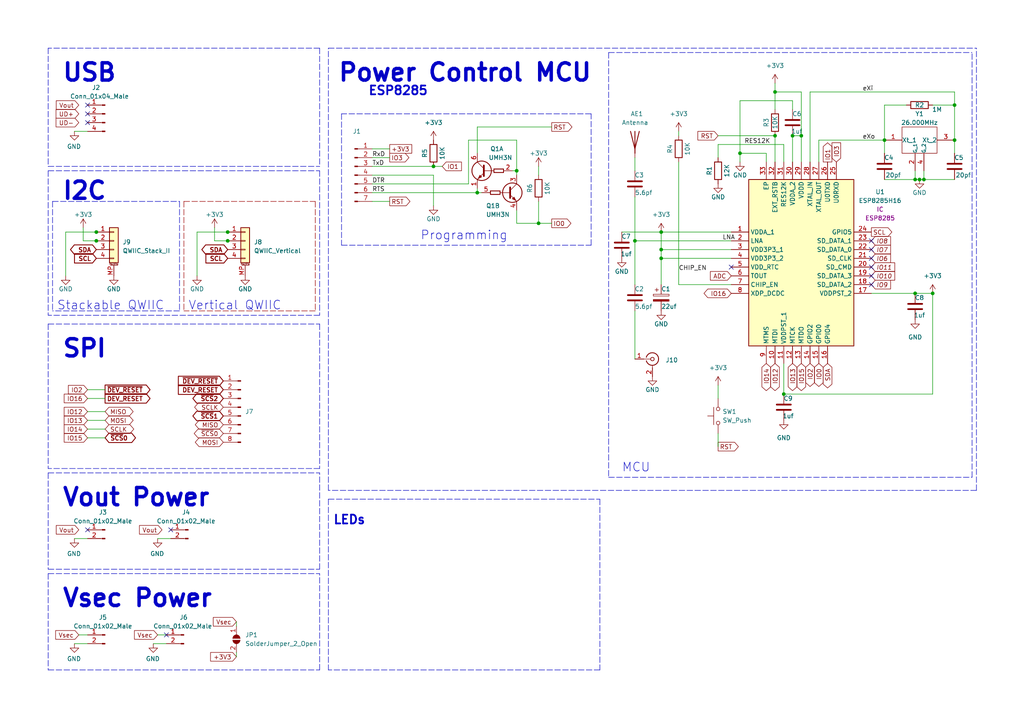
<source format=kicad_sch>
(kicad_sch (version 20211123) (generator eeschema)
  (paper "A4")
  (title_block (title "Controller-8285") (rev "0.2.3") (company "The Nerd Mage") (comment 2 "Massively a WIP!") (comment 4 "NEEDS MUCH CLEANUP TO MATCH OTHERS"))
  (lib_symbols
    (symbol "0-TINKER Customs:ABM8-26.000MHz-20-D1X-T" (pin_names (offset 0.002))
      (property "Reference" "Y2" (at 0 8.255 0))
      (property "Value" "ABM8-26.000MHz-20-D1X-T" (at 0 6.35 0))
      (symbol "ABM8-26.000MHz-20-D1X-T_0_0"
        (pin passive line (at -10.16 0 0) (length 5.08) (name "Xt_1") (number "1"))
        (pin passive line (at -1.27 -8.89 90) (length 5.08) (name "G_1") (number "2"))
        (pin passive line (at 10.16 0 180) (length 5.08) (name "Xt_2") (number "3"))
        (pin passive line (at 1.27 -8.89 90) (length 5.08) (name "G_2") (number "4"))
      )
      (symbol "ABM8-26.000MHz-20-D1X-T_0_1"
        (polyline (pts (xy -5.08 3.81) (xy 5.08 3.81) (xy 5.08 -3.81) (xy -5.08 -3.81) (xy -5.08 3.81)) (stroke (width 0.1524)))
      )
    )
    (symbol "Connector:Conn_01x02_Male" (pin_names (offset 1.016) hide)
      (property "Reference" "J" (at 0 2.54 0))
      (property "Value" "Conn_01x02_Male" (at 0 -5.08 0))
      (symbol "Conn_01x02_Male_1_1"
        (polyline (pts (xy 1.27 -2.54) (xy 0.8636 -2.54)) (stroke (width 0.1524)))
        (polyline (pts (xy 1.27 0) (xy 0.8636 0)) (stroke (width 0.1524)))
        (rectangle (start 0.8636 -2.413) (end 0 -2.667) (stroke (width 0.1524)) (fill (type outline)))
        (rectangle (start 0.8636 0.127) (end 0 -0.127) (stroke (width 0.1524)) (fill (type outline)))
        (pin passive line (at 5.08 0 180) (length 3.81) (name "Pin_1") (number "1"))
        (pin passive line (at 5.08 -2.54 180) (length 3.81) (name "Pin_2") (number "2"))
      )
    )
    (symbol "Connector:Conn_01x04_Male" (pin_names (offset 1.016) hide)
      (property "Reference" "J" (at 0 5.08 0))
      (property "Value" "Conn_01x04_Male" (at 0 -7.62 0))
      (symbol "Conn_01x04_Male_1_1"
        (polyline (pts (xy 1.27 -5.08) (xy 0.8636 -5.08)) (stroke (width 0.1524)))
        (polyline (pts (xy 1.27 -2.54) (xy 0.8636 -2.54)) (stroke (width 0.1524)))
        (polyline (pts (xy 1.27 0) (xy 0.8636 0)) (stroke (width 0.1524)))
        (polyline (pts (xy 1.27 2.54) (xy 0.8636 2.54)) (stroke (width 0.1524)))
        (rectangle (start 0.8636 -4.953) (end 0 -5.207) (stroke (width 0.1524)) (fill (type outline)))
        (rectangle (start 0.8636 -2.413) (end 0 -2.667) (stroke (width 0.1524)) (fill (type outline)))
        (rectangle (start 0.8636 0.127) (end 0 -0.127) (stroke (width 0.1524)) (fill (type outline)))
        (rectangle (start 0.8636 2.667) (end 0 2.413) (stroke (width 0.1524)) (fill (type outline)))
        (pin passive line (at 5.08 2.54 180) (length 3.81) (name "Pin_1") (number "1"))
        (pin passive line (at 5.08 0 180) (length 3.81) (name "Pin_2") (number "2"))
        (pin passive line (at 5.08 -2.54 180) (length 3.81) (name "Pin_3") (number "3"))
        (pin passive line (at 5.08 -5.08 180) (length 3.81) (name "Pin_4") (number "4"))
      )
    )
    (symbol "Connector:Conn_01x07_Male" (pin_names (offset 1.016) hide)
      (property "Reference" "J" (at 0 10.16 0))
      (property "Value" "Conn_01x07_Male" (at 0 -10.16 0))
      (symbol "Conn_01x07_Male_1_1"
        (polyline (pts (xy 1.27 -7.62) (xy 0.8636 -7.62)) (stroke (width 0.1524)))
        (polyline (pts (xy 1.27 -5.08) (xy 0.8636 -5.08)) (stroke (width 0.1524)))
        (polyline (pts (xy 1.27 -2.54) (xy 0.8636 -2.54)) (stroke (width 0.1524)))
        (polyline (pts (xy 1.27 0) (xy 0.8636 0)) (stroke (width 0.1524)))
        (polyline (pts (xy 1.27 2.54) (xy 0.8636 2.54)) (stroke (width 0.1524)))
        (polyline (pts (xy 1.27 5.08) (xy 0.8636 5.08)) (stroke (width 0.1524)))
        (polyline (pts (xy 1.27 7.62) (xy 0.8636 7.62)) (stroke (width 0.1524)))
        (rectangle (start 0.8636 -7.493) (end 0 -7.747) (stroke (width 0.1524)) (fill (type outline)))
        (rectangle (start 0.8636 -4.953) (end 0 -5.207) (stroke (width 0.1524)) (fill (type outline)))
        (rectangle (start 0.8636 -2.413) (end 0 -2.667) (stroke (width 0.1524)) (fill (type outline)))
        (rectangle (start 0.8636 0.127) (end 0 -0.127) (stroke (width 0.1524)) (fill (type outline)))
        (rectangle (start 0.8636 2.667) (end 0 2.413) (stroke (width 0.1524)) (fill (type outline)))
        (rectangle (start 0.8636 5.207) (end 0 4.953) (stroke (width 0.1524)) (fill (type outline)))
        (rectangle (start 0.8636 7.747) (end 0 7.493) (stroke (width 0.1524)) (fill (type outline)))
        (pin passive line (at 5.08 7.62 180) (length 3.81) (name "Pin_1") (number "1"))
        (pin passive line (at 5.08 5.08 180) (length 3.81) (name "Pin_2") (number "2"))
        (pin passive line (at 5.08 2.54 180) (length 3.81) (name "Pin_3") (number "3"))
        (pin passive line (at 5.08 0 180) (length 3.81) (name "Pin_4") (number "4"))
        (pin passive line (at 5.08 -2.54 180) (length 3.81) (name "Pin_5") (number "5"))
        (pin passive line (at 5.08 -5.08 180) (length 3.81) (name "Pin_6") (number "6"))
        (pin passive line (at 5.08 -7.62 180) (length 3.81) (name "Pin_7") (number "7"))
      )
    )
    (symbol "Connector:Conn_01x08_Male" (pin_names (offset 1.016) hide)
      (property "Reference" "J" (at 0 10.16 0))
      (property "Value" "Conn_01x08_Male" (at 0 -12.7 0))
      (symbol "Conn_01x08_Male_1_1"
        (polyline (pts (xy 1.27 -10.16) (xy 0.8636 -10.16)) (stroke (width 0.1524)))
        (polyline (pts (xy 1.27 -7.62) (xy 0.8636 -7.62)) (stroke (width 0.1524)))
        (polyline (pts (xy 1.27 -5.08) (xy 0.8636 -5.08)) (stroke (width 0.1524)))
        (polyline (pts (xy 1.27 -2.54) (xy 0.8636 -2.54)) (stroke (width 0.1524)))
        (polyline (pts (xy 1.27 0) (xy 0.8636 0)) (stroke (width 0.1524)))
        (polyline (pts (xy 1.27 2.54) (xy 0.8636 2.54)) (stroke (width 0.1524)))
        (polyline (pts (xy 1.27 5.08) (xy 0.8636 5.08)) (stroke (width 0.1524)))
        (polyline (pts (xy 1.27 7.62) (xy 0.8636 7.62)) (stroke (width 0.1524)))
        (rectangle (start 0.8636 -10.033) (end 0 -10.287) (stroke (width 0.1524)) (fill (type outline)))
        (rectangle (start 0.8636 -7.493) (end 0 -7.747) (stroke (width 0.1524)) (fill (type outline)))
        (rectangle (start 0.8636 -4.953) (end 0 -5.207) (stroke (width 0.1524)) (fill (type outline)))
        (rectangle (start 0.8636 -2.413) (end 0 -2.667) (stroke (width 0.1524)) (fill (type outline)))
        (rectangle (start 0.8636 0.127) (end 0 -0.127) (stroke (width 0.1524)) (fill (type outline)))
        (rectangle (start 0.8636 2.667) (end 0 2.413) (stroke (width 0.1524)) (fill (type outline)))
        (rectangle (start 0.8636 5.207) (end 0 4.953) (stroke (width 0.1524)) (fill (type outline)))
        (rectangle (start 0.8636 7.747) (end 0 7.493) (stroke (width 0.1524)) (fill (type outline)))
        (pin passive line (at 5.08 7.62 180) (length 3.81) (name "Pin_1") (number "1"))
        (pin passive line (at 5.08 5.08 180) (length 3.81) (name "Pin_2") (number "2"))
        (pin passive line (at 5.08 2.54 180) (length 3.81) (name "Pin_3") (number "3"))
        (pin passive line (at 5.08 0 180) (length 3.81) (name "Pin_4") (number "4"))
        (pin passive line (at 5.08 -2.54 180) (length 3.81) (name "Pin_5") (number "5"))
        (pin passive line (at 5.08 -5.08 180) (length 3.81) (name "Pin_6") (number "6"))
        (pin passive line (at 5.08 -7.62 180) (length 3.81) (name "Pin_7") (number "7"))
        (pin passive line (at 5.08 -10.16 180) (length 3.81) (name "Pin_8") (number "8"))
      )
    )
    (symbol "Connector:Conn_Coaxial" (pin_names (offset 1.016) hide)
      (property "Reference" "J" (at 0.254 3.048 0))
      (property "Value" "Conn_Coaxial" (at 2.921 0 90))
      (symbol "Conn_Coaxial_0_1"
        (arc (start -1.778 -0.508) (mid 0.222 -1.808) (end 1.778 0) (stroke (width 0.254)))
        (polyline (pts (xy -2.54 0) (xy -0.508 0)))
        (polyline (pts (xy 0 -2.54) (xy 0 -1.778)))
        (circle (center 0 0) (radius 0.508) (stroke (width 0.2032)))
        (arc (start 1.778 0) (mid 0.2221 1.8083) (end -1.778 0.508) (stroke (width 0.254)))
      )
      (symbol "Conn_Coaxial_1_1"
        (pin passive line (at -5.08 0 0) (length 2.54) (name "In") (number "1"))
        (pin passive line (at 0 -5.08 90) (length 2.54) (name "Ext") (number "2"))
      )
    )
    (symbol "Connector_Generic_MountingPin:Conn_01x04_MountingPin" (pin_names (offset 1.016) hide)
      (property "Reference" "J" (at 0 5.08 0))
      (property "Value" "Conn_01x04_MountingPin" (at 1.27 -7.62 0))
      (symbol "Conn_01x04_MountingPin_1_1"
        (rectangle (start -1.27 -4.953) (end 0 -5.207) (stroke (width 0.1524)))
        (rectangle (start -1.27 -2.413) (end 0 -2.667) (stroke (width 0.1524)))
        (rectangle (start -1.27 0.127) (end 0 -0.127) (stroke (width 0.1524)))
        (rectangle (start -1.27 2.667) (end 0 2.413) (stroke (width 0.1524)))
        (rectangle (start -1.27 3.81) (end 1.27 -6.35) (stroke (width 0.254)) (fill (type background)))
        (polyline (pts (xy -1.016 -7.112) (xy 1.016 -7.112)) (stroke (width 0.1524)))
        (text "Mounting" (at 0 -6.731 0) (effects (font (size 0.381 0.381))))
        (pin passive line (at -5.08 2.54 0) (length 3.81) (name "Pin_1") (number "1"))
        (pin passive line (at -5.08 0 0) (length 3.81) (name "Pin_2") (number "2"))
        (pin passive line (at -5.08 -2.54 0) (length 3.81) (name "Pin_3") (number "3"))
        (pin passive line (at -5.08 -5.08 0) (length 3.81) (name "Pin_4") (number "4"))
        (pin passive line (at 0 -10.16 90) (length 3.048) (name "MountPin") (number "MP"))
      )
    )
    (symbol "Connector_QWIIC_Stackable:QWIIC_Stackable" (pin_names (offset 1.016) hide)
      (property "Reference" "J" (at 0 5.08 0))
      (property "Value" "QWIIC_Stackable" (at 1.27 -7.62 0))
      (symbol "QWIIC_Stackable_1_1"
        (rectangle (start -1.27 -4.953) (end 0 -5.207) (stroke (width 0.1524)))
        (rectangle (start -1.27 -2.413) (end 0 -2.667) (stroke (width 0.1524)))
        (rectangle (start -1.27 0.127) (end 0 -0.127) (stroke (width 0.1524)))
        (rectangle (start -1.27 2.667) (end 0 2.413) (stroke (width 0.1524)))
        (rectangle (start -1.27 3.81) (end 1.27 -6.35) (stroke (width 0.254)) (fill (type background)))
        (polyline (pts (xy -1.016 -7.112) (xy 1.016 -7.112)) (stroke (width 0.1524)))
        (text "Mounting" (at 0 -6.731 0) (effects (font (size 0.381 0.381))))
        (pin passive line (at -5.08 2.54 0) (length 3.81) (name "Pin_1") (number "1"))
        (pin passive line (at -5.08 0 0) (length 3.81) (name "Pin_2") (number "2"))
        (pin passive line (at -5.08 -2.54 0) (length 3.81) (name "Pin_3") (number "3"))
        (pin passive line (at -5.08 -5.08 0) (length 3.81) (name "Pin_4") (number "4"))
        (pin passive line (at 0 -10.16 90) (length 3.048) (name "MountPin") (number "MP"))
      )
    )
    (symbol "Device:C" (pin_numbers hide) (pin_names (offset 0.254))
      (property "Reference" "C" (at 0.635 2.54 0))
      (property "Value" "C" (at 0.635 -2.54 0))
      (symbol "C_0_1"
        (polyline (pts (xy -2.032 -0.762) (xy 2.032 -0.762)) (stroke (width 0.508)))
        (polyline (pts (xy -2.032 0.762) (xy 2.032 0.762)) (stroke (width 0.508)))
      )
      (symbol "C_1_1"
        (pin passive line (at 0 3.81 270) (length 2.794) (name "~") (number "1"))
        (pin passive line (at 0 -3.81 90) (length 2.794) (name "~") (number "2"))
      )
    )
    (symbol "Device:C_Polarized" (pin_numbers hide) (pin_names (offset 0.254))
      (property "Reference" "C" (at 0.635 2.54 0))
      (property "Value" "C_Polarized" (at 0.635 -2.54 0))
      (symbol "C_Polarized_0_1"
        (rectangle (start -2.286 0.508) (end 2.286 1.016))
        (polyline (pts (xy -1.778 2.286) (xy -0.762 2.286)))
        (polyline (pts (xy -1.27 2.794) (xy -1.27 1.778)))
        (rectangle (start 2.286 -0.508) (end -2.286 -1.016) (fill (type outline)))
      )
      (symbol "C_Polarized_1_1"
        (pin passive line (at 0 3.81 270) (length 2.794) (name "~") (number "1"))
        (pin passive line (at 0 -3.81 90) (length 2.794) (name "~") (number "2"))
      )
    )
    (symbol "Device:R" (pin_numbers hide) (pin_names (offset 0))
      (property "Reference" "R" (at 2.032 0 90))
      (property "Value" "R" (at 0 0 90))
      (symbol "R_0_1"
        (rectangle (start -1.016 -2.54) (end 1.016 2.54) (stroke (width 0.254)))
      )
      (symbol "R_1_1"
        (pin passive line (at 0 3.81 270) (length 1.27) (name "~") (number "1"))
        (pin passive line (at 0 -3.81 90) (length 1.27) (name "~") (number "2"))
      )
    )
    (symbol "ESP8285:ESP8285"
      (property "Value" "ESP8285" (at 0 0 0))
      (property "Reference_1" "IC" (at 36.83 20.32 0))
      (property "Value_1" "ESP8285" (at 36.83 17.78 0))
      (symbol "ESP8285_1_1"
        (rectangle (start 5.08 15.24) (end 35.56 -33.02) (stroke (width 0.254)) (fill (type background)))
        (pin passive line (at 0 0 0) (length 5.08) (name "VDDA_1") (number "1"))
        (pin passive line (at 12.7 -38.1 90) (length 5.08) (name "MTDI") (number "10"))
        (pin passive line (at 15.24 -38.1 90) (length 5.08) (name "VDDPST_1") (number "11"))
        (pin passive line (at 17.78 -38.1 90) (length 5.08) (name "MTCK") (number "12"))
        (pin passive line (at 20.32 -38.1 90) (length 5.08) (name "MTDO") (number "13"))
        (pin passive line (at 22.86 -38.1 90) (length 5.08) (name "GPIO2") (number "14"))
        (pin passive line (at 25.4 -38.1 90) (length 5.08) (name "GPIO0") (number "15"))
        (pin passive line (at 27.94 -38.1 90) (length 5.08) (name "GPIO4") (number "16"))
        (pin passive line (at 40.64 -17.78 180) (length 5.08) (name "VDDPST_2") (number "17"))
        (pin passive line (at 40.64 -15.24 180) (length 5.08) (name "SD_DATA_2") (number "18"))
        (pin passive line (at 40.64 -12.7 180) (length 5.08) (name "SD_DATA_3") (number "19"))
        (pin passive line (at 0 -2.54 0) (length 5.08) (name "LNA") (number "2"))
        (pin passive line (at 40.64 -10.16 180) (length 5.08) (name "SD_CMD") (number "20"))
        (pin passive line (at 40.64 -7.62 180) (length 5.08) (name "SD_CLK") (number "21"))
        (pin passive line (at 40.64 -5.08 180) (length 5.08) (name "SD_DATA_0") (number "22"))
        (pin passive line (at 40.64 -2.54 180) (length 5.08) (name "SD_DATA_1") (number "23"))
        (pin passive line (at 40.64 0 180) (length 5.08) (name "GPIO5") (number "24"))
        (pin passive line (at 30.48 20.32 270) (length 5.08) (name "U0RXD") (number "25"))
        (pin passive line (at 27.94 20.32 270) (length 5.08) (name "U0TXD") (number "26"))
        (pin passive line (at 25.4 20.32 270) (length 5.08) (name "XTAL_OUT") (number "27"))
        (pin passive line (at 22.86 20.32 270) (length 5.08) (name "XTAL_IN") (number "28"))
        (pin passive line (at 20.32 20.32 270) (length 5.08) (name "VDDD") (number "29"))
        (pin passive line (at 0 -5.08 0) (length 5.08) (name "VDD3P3_1") (number "3"))
        (pin passive line (at 17.78 20.32 270) (length 5.08) (name "VDDA_2") (number "30"))
        (pin passive line (at 15.24 20.32 270) (length 5.08) (name "RES12K") (number "31"))
        (pin passive line (at 12.7 20.32 270) (length 5.08) (name "EXT_RSTB") (number "32"))
        (pin passive line (at 10.16 20.32 270) (length 5.08) (name "EP") (number "33"))
        (pin passive line (at 0 -7.62 0) (length 5.08) (name "VDD3P3_2") (number "4"))
        (pin passive line (at 0 -10.16 0) (length 5.08) (name "VDD_RTC") (number "5"))
        (pin passive line (at 0 -12.7 0) (length 5.08) (name "TOUT") (number "6"))
        (pin passive line (at 0 -15.24 0) (length 5.08) (name "CHIP_EN") (number "7"))
        (pin passive line (at 0 -17.78 0) (length 5.08) (name "XDP_DCDC") (number "8"))
        (pin passive line (at 10.16 -38.1 90) (length 5.08) (name "MTMS") (number "9"))
      )
    )
    (symbol "Jumper:SolderJumper_2_Open" (pin_names (offset 0) hide)
      (property "Reference" "JP" (at 0 2.032 0))
      (property "Value" "SolderJumper_2_Open" (at 0 -2.54 0))
      (symbol "SolderJumper_2_Open_0_1"
        (arc (start -0.254 1.016) (mid -1.27 0) (end -0.254 -1.016))
        (arc (start -0.254 1.016) (mid -1.27 0) (end -0.254 -1.016) (fill (type outline)))
        (polyline (pts (xy -0.254 1.016) (xy -0.254 -1.016)))
        (polyline (pts (xy 0.254 1.016) (xy 0.254 -1.016)))
        (arc (start 0.254 -1.016) (mid 1.27 0) (end 0.254 1.016))
        (arc (start 0.254 -1.016) (mid 1.27 0) (end 0.254 1.016) (fill (type outline)))
      )
      (symbol "SolderJumper_2_Open_1_1"
        (pin passive line (at -3.81 0 0) (length 2.54) (name "A") (number "1"))
        (pin passive line (at 3.81 0 180) (length 2.54) (name "B") (number "2"))
      )
    )
    (symbol "Switch:SW_Push" (pin_numbers hide) (pin_names (offset 1.016) hide)
      (property "Reference" "SW" (at 1.27 2.54 0))
      (property "Value" "SW_Push" (at 0 -1.524 0))
      (symbol "SW_Push_0_1"
        (circle (center -2.032 0) (radius 0.508))
        (polyline (pts (xy 0 1.27) (xy 0 3.048)))
        (polyline (pts (xy 2.54 1.27) (xy -2.54 1.27)))
        (circle (center 2.032 0) (radius 0.508))
        (pin passive line (at -5.08 0 0) (length 2.54) (name "1") (number "1"))
        (pin passive line (at 5.08 0 180) (length 2.54) (name "2") (number "2"))
      )
    )
    (symbol "TINKER Customs:Antenna" (pin_numbers hide) (pin_names (offset 1.016) hide)
      (property "Reference" "AE1" (at 2.54 0.6351 0))
      (property "Value" "Antenna" (at 2.54 -1.9049 0))
      (symbol "Antenna_0_1"
        (polyline (pts (xy 0 2.54) (xy 0 -3.81)) (stroke (width 0.254)))
        (polyline (pts (xy 1.27 2.54) (xy 0 -2.54) (xy -1.27 2.54)) (stroke (width 0.254)))
      )
      (symbol "Antenna_1_1"
        (pin input line (at 0 -5.08 90) (length 2.54) (name "A") (number "1"))
      )
    )
    (symbol "Transistor_BJT:UMH3N" (pin_names hide)
      (property "Reference" "Q" (at 7.62 1.27 0))
      (property "Value" "UMH3N" (at 7.62 -1.27 0))
      (symbol "UMH3N_0_1"
        (polyline (pts (xy 3.175 0) (xy 0.254 0)))
        (polyline (pts (xy 3.175 0.635) (xy 5.08 2.54)))
        (polyline (pts (xy 3.175 1.524) (xy 3.175 -1.524)) (stroke (width 0.508)))
        (polyline (pts (xy 3.175 -0.635) (xy 5.08 -2.54) (xy 5.08 -2.54)))
        (polyline (pts (xy 3.81 -1.778) (xy 4.318 -1.27) (xy 4.826 -2.286) (xy 3.81 -1.778) (xy 3.81 -1.778)) (fill (type outline)))
        (rectangle (start 0.254 0.508) (end -2.54 -0.508) (stroke (width 0.254)))
        (circle (center 3.81 0) (radius 2.8194) (stroke (width 0.254)))
      )
      (symbol "UMH3N_1_1"
        (pin passive line (at 5.08 -5.08 90) (length 2.54) (name "E1") (number "1"))
        (pin input line (at -5.08 0 0) (length 2.54) (name "B1") (number "2"))
        (pin passive line (at 5.08 5.08 270) (length 2.54) (name "C1") (number "6"))
      )
      (symbol "UMH3N_2_1"
        (pin passive line (at 5.08 5.08 270) (length 2.54) (name "C2") (number "3"))
        (pin passive line (at 5.08 -5.08 90) (length 2.54) (name "E2") (number "4"))
        (pin input line (at -5.08 0 0) (length 2.54) (name "B2") (number "5"))
      )
    )
    (symbol "power:+3.3V" (power) (pin_names (offset 0))
      (property "Value" "+3.3V" (at 0 3.556 0))
      (symbol "+3.3V_0_1"
        (polyline (pts (xy -0.762 1.27) (xy 0 2.54)))
        (polyline (pts (xy 0 0) (xy 0 2.54)))
        (polyline (pts (xy 0 2.54) (xy 0.762 1.27)))
      )
      (symbol "+3.3V_1_1"
        (pin power_in line (at 0 0 90) (length 0) hide (name "+3V3") (number "1"))
      )
    )
    (symbol "power:GND" (power) (pin_names (offset 0))
      (property "Value" "GND" (at 0 -3.81 0))
      (symbol "GND_0_1"
        (polyline (pts (xy 0 0) (xy 0 -1.27) (xy 1.27 -1.27) (xy 0 -2.54) (xy -1.27 -1.27) (xy 0 -1.27)))
      )
      (symbol "GND_1_1"
        (pin power_in line (at 0 0 270) (length 0) hide (name "GND") (number "1"))
      )
    )
  )
  (junction (at 27.94 69.85))
  (junction (at 224.79 26.67))
  (junction (at 191.77 72.39))
  (junction (at 256.54 40.64))
  (junction (at 224.79 39.37))
  (junction (at 227.33 114.3))
  (junction (at 138.43 55.88))
  (junction (at 149.86 49.53))
  (junction (at 276.86 30.48))
  (junction (at 184.15 69.85))
  (junction (at 66.04 67.31))
  (junction (at 265.43 52.07))
  (junction (at 229.87 39.37))
  (junction (at 214.63 44.45))
  (junction (at 232.41 39.37))
  (junction (at 266.7 52.07))
  (junction (at 276.86 40.64))
  (junction (at 27.94 67.31))
  (junction (at 267.97 52.07))
  (junction (at 125.73 48.26))
  (junction (at 66.04 69.85))
  (junction (at 270.51 85.09))
  (junction (at 265.43 85.09))
  (junction (at 191.77 67.31))
  (junction (at 156.21 64.77))
  (junction (at 191.77 74.93))
  (no_connect (at 252.73 74.93))
  (no_connect (at 252.73 80.01))
  (no_connect (at 25.4 30.48))
  (no_connect (at 252.73 82.55))
  (no_connect (at 252.73 72.39))
  (no_connect (at 48.26 184.15))
  (no_connect (at 25.4 33.02))
  (no_connect (at 252.73 77.47))
  (no_connect (at 49.53 153.67))
  (no_connect (at 25.4 35.56))
  (no_connect (at 212.09 77.47))
  (no_connect (at 25.4 153.67))
  (no_connect (at 252.73 69.85))
  (wire (pts (xy 66.04 69.85) (xy 65.9851 69.8684)))
  (wire (pts (xy 256.54 30.48) (xy 256.54 40.64)))
  (wire (pts (xy 107.95 53.34) (xy 135.89 53.34)))
  (wire (pts (xy 224.79 39.37) (xy 208.28 39.37)))
  (wire (pts (xy 107.95 48.26) (xy 125.73 48.26)))
  (wire (pts (xy 125.73 48.26) (xy 128.27 48.26)))
  (wire (pts (xy 196.85 38.1) (xy 196.85 39.37)))
  (wire (pts (xy 191.77 82.55) (xy 191.77 74.93)))
  (polyline (pts (xy 15.24 58.42) (xy 15.24 90.17)))
  (wire (pts (xy 276.86 40.64) (xy 276.86 44.45)))
  (polyline (pts (xy 92.71 165.1) (xy 92.71 137.16)))
  (wire (pts (xy 27.94 69.85) (xy 24.13 69.85)))
  (wire (pts (xy 222.25 44.45) (xy 214.63 44.45)))
  (polyline (pts (xy 95.25 144.78) (xy 173.99 144.78)))
  (wire (pts (xy 149.86 64.77) (xy 149.86 60.96)))
  (polyline (pts (xy 176.53 138.43) (xy 281.94 138.43)))
  (wire (pts (xy 27.94 69.85) (xy 27.8851 69.8684)))
  (wire (pts (xy 191.77 67.31) (xy 191.77 72.39)))
  (wire (pts (xy 266.7 52.07) (xy 267.97 52.07)))
  (wire (pts (xy 237.49 40.64) (xy 256.54 40.64)))
  (polyline (pts (xy 95.25 144.78) (xy 95.25 194.31)))
  (wire (pts (xy 276.86 30.48) (xy 276.86 40.64)))
  (wire (pts (xy 222.25 46.99) (xy 222.25 44.45)))
  (wire (pts (xy 208.28 125.73) (xy 208.28 129.54)))
  (wire (pts (xy 232.41 26.67) (xy 224.79 26.67)))
  (wire (pts (xy 148.59 49.53) (xy 149.86 49.53)))
  (wire (pts (xy 62.23 69.85) (xy 62.23 66.04)))
  (polyline (pts (xy 13.97 49.53) (xy 13.97 91.44)))
  (wire (pts (xy 138.43 55.88) (xy 139.7 55.88)))
  (wire (pts (xy 156.21 48.26) (xy 156.21 50.8)))
  (wire (pts (xy 184.15 57.15) (xy 184.15 69.85)))
  (wire (pts (xy 252.73 85.09) (xy 265.43 85.09)))
  (wire (pts (xy 107.95 58.42) (xy 113.03 58.42)))
  (wire (pts (xy 27.94 67.31) (xy 19.05 67.31)))
  (polyline (pts (xy 92.71 194.31) (xy 92.71 166.37)))
  (wire (pts (xy 191.77 74.93) (xy 212.09 74.93)))
  (wire (pts (xy 270.51 114.3) (xy 270.51 85.09)))
  (wire (pts (xy 107.95 55.88) (xy 138.43 55.88)))
  (wire (pts (xy 184.15 69.85) (xy 184.15 82.55)))
  (wire (pts (xy 25.4 119.38) (xy 30.48 119.38)))
  (polyline (pts (xy 92.71 91.44) (xy 13.97 91.44)))
  (polyline (pts (xy 13.97 13.97) (xy 13.97 48.26)))
  (polyline (pts (xy 173.99 194.31) (xy 95.25 194.31)))
  (polyline (pts (xy 52.07 90.17) (xy 15.24 90.17)))
  (polyline (pts (xy 13.97 137.16) (xy 92.71 137.16)))
  (wire (pts (xy 184.15 45.72) (xy 184.15 49.53)))
  (polyline (pts (xy 176.53 15.24) (xy 176.53 138.43)))
  (polyline (pts (xy 281.94 138.43) (xy 281.94 15.24)))
  (polyline (pts (xy 53.34 58.42) (xy 53.34 90.17)) (stroke (width 0) (color 155 0 0 1)))
  (wire (pts (xy 138.43 54.61) (xy 138.43 55.88)))
  (wire (pts (xy 25.4 38.1) (xy 21.59 38.1)))
  (wire (pts (xy 24.13 69.85) (xy 24.13 66.04)))
  (polyline (pts (xy 13.97 49.53) (xy 92.71 49.53)))
  (wire (pts (xy 196.85 82.55) (xy 196.85 46.99)))
  (polyline (pts (xy 92.71 135.89) (xy 13.97 135.89)))
  (polyline (pts (xy 171.45 33.02) (xy 99.06 33.02)))
  (wire (pts (xy 229.87 39.37) (xy 229.87 46.99)))
  (polyline (pts (xy 95.25 142.24) (xy 95.25 13.97)))
  (wire (pts (xy 135.89 53.34) (xy 135.89 40.64)))
  (wire (pts (xy 184.15 90.17) (xy 184.15 104.14)))
  (wire (pts (xy 107.95 43.18) (xy 113.03 43.18)))
  (wire (pts (xy 156.21 58.42) (xy 156.21 64.77)))
  (wire (pts (xy 25.4 115.57) (xy 30.48 115.57)))
  (wire (pts (xy 149.86 40.64) (xy 149.86 49.53)))
  (wire (pts (xy 256.54 40.64) (xy 256.54 44.45)))
  (wire (pts (xy 224.79 46.99) (xy 224.79 39.37)))
  (wire (pts (xy 180.34 67.31) (xy 191.77 67.31)))
  (polyline (pts (xy 95.25 13.97) (xy 283.21 13.97)))
  (wire (pts (xy 68.58 180.34) (xy 68.58 181.61)))
  (polyline (pts (xy 283.21 142.24) (xy 95.25 142.24)))
  (polyline (pts (xy 99.06 71.12) (xy 171.45 71.12)))
  (polyline (pts (xy 15.24 58.42) (xy 52.07 58.42)))
  (wire (pts (xy 232.41 46.99) (xy 232.41 39.37)))
  (wire (pts (xy 224.79 26.67) (xy 224.79 24.13)))
  (wire (pts (xy 25.4 156.21) (xy 21.59 156.21)))
  (wire (pts (xy 25.4 124.46) (xy 30.48 124.46)))
  (wire (pts (xy 276.86 26.67) (xy 234.95 26.67)))
  (wire (pts (xy 149.86 49.53) (xy 149.86 50.8)))
  (wire (pts (xy 265.43 52.07) (xy 266.7 52.07)))
  (wire (pts (xy 227.33 114.3) (xy 270.51 114.3)))
  (wire (pts (xy 227.33 105.41) (xy 227.33 114.3)))
  (polyline (pts (xy 53.34 58.42) (xy 91.44 58.42)) (stroke (width 0) (color 155 0 0 1)))
  (polyline (pts (xy 92.71 93.98) (xy 92.71 135.89)))
  (wire (pts (xy 107.95 50.8) (xy 125.73 50.8)))
  (polyline (pts (xy 13.97 48.26) (xy 92.71 48.26)))
  (wire (pts (xy 208.28 41.91) (xy 208.28 45.72)))
  (wire (pts (xy 149.86 64.77) (xy 156.21 64.77)))
  (wire (pts (xy 232.41 39.37) (xy 232.41 26.67)))
  (wire (pts (xy 68.58 189.23) (xy 68.58 190.5)))
  (wire (pts (xy 25.4 113.03) (xy 30.48 113.03)))
  (polyline (pts (xy 13.97 166.37) (xy 92.71 166.37)))
  (wire (pts (xy 191.77 72.39) (xy 212.09 72.39)))
  (polyline (pts (xy 13.97 93.98) (xy 92.71 93.98)))
  (wire (pts (xy 229.87 31.75) (xy 229.87 29.21)))
  (wire (pts (xy 256.54 30.48) (xy 262.89 30.48)))
  (wire (pts (xy 237.49 46.99) (xy 237.49 40.64)))
  (wire (pts (xy 232.41 39.37) (xy 229.87 39.37)))
  (wire (pts (xy 212.09 82.55) (xy 196.85 82.55)))
  (wire (pts (xy 276.86 30.48) (xy 276.86 26.67)))
  (polyline (pts (xy 99.06 33.02) (xy 99.06 71.12)))
  (wire (pts (xy 265.43 85.09) (xy 270.51 85.09)))
  (polyline (pts (xy 91.44 90.17) (xy 53.34 90.17)) (stroke (width 0) (color 155 0 0 1)))
  (wire (pts (xy 25.4 121.92) (xy 30.48 121.92)))
  (wire (pts (xy 224.79 31.75) (xy 224.79 26.67)))
  (wire (pts (xy 267.97 49.53) (xy 267.97 52.07)))
  (wire (pts (xy 212.09 69.85) (xy 184.15 69.85)))
  (wire (pts (xy 214.63 29.21) (xy 214.63 44.45)))
  (wire (pts (xy 214.63 44.45) (xy 214.63 46.99)))
  (wire (pts (xy 45.72 184.15) (xy 48.26 184.15)))
  (wire (pts (xy 66.04 67.31) (xy 65.9851 67.3284)))
  (wire (pts (xy 191.77 67.31) (xy 212.09 67.31)))
  (wire (pts (xy 229.87 29.21) (xy 214.63 29.21)))
  (wire (pts (xy 19.05 67.31) (xy 19.05 80.01)))
  (wire (pts (xy 227.33 41.91) (xy 208.28 41.91)))
  (wire (pts (xy 234.95 26.67) (xy 234.95 46.99)))
  (wire (pts (xy 66.04 67.31) (xy 57.15 67.31)))
  (polyline (pts (xy 92.71 49.53) (xy 92.71 91.44)))
  (wire (pts (xy 227.33 46.99) (xy 227.33 41.91)))
  (wire (pts (xy 66.04 69.85) (xy 62.23 69.85)))
  (polyline (pts (xy 13.97 166.37) (xy 13.97 194.31)))
  (polyline (pts (xy 13.97 137.16) (xy 13.97 165.1)))
  (wire (pts (xy 267.97 52.07) (xy 276.86 52.07)))
  (wire (pts (xy 156.21 64.77) (xy 160.02 64.77)))
  (wire (pts (xy 135.89 40.64) (xy 149.86 40.64)))
  (polyline (pts (xy 173.99 144.78) (xy 173.99 194.31)))
  (polyline (pts (xy 92.71 13.97) (xy 13.97 13.97)))
  (wire (pts (xy 48.26 186.69) (xy 44.45 186.69)))
  (wire (pts (xy 256.54 52.07) (xy 265.43 52.07)))
  (wire (pts (xy 125.73 50.8) (xy 125.73 59.69)))
  (wire (pts (xy 49.53 156.21) (xy 45.72 156.21)))
  (polyline (pts (xy 13.97 93.98) (xy 13.97 135.89)))
  (wire (pts (xy 138.43 36.83) (xy 138.43 44.45)))
  (wire (pts (xy 107.95 45.72) (xy 113.03 45.72)))
  (wire (pts (xy 27.94 67.31) (xy 27.8851 67.3284)))
  (polyline (pts (xy 52.07 58.42) (xy 52.07 90.17)))
  (polyline (pts (xy 92.71 13.97) (xy 92.71 48.26)))
  (polyline (pts (xy 283.21 142.24) (xy 283.21 13.97)))
  (polyline (pts (xy 171.45 71.12) (xy 171.45 33.02)))
  (wire (pts (xy 22.86 184.15) (xy 25.4 184.15)))
  (polyline (pts (xy 176.53 15.24) (xy 281.94 15.24)))
  (wire (pts (xy 25.4 186.69) (xy 21.59 186.69)))
  (wire (pts (xy 270.51 30.48) (xy 276.86 30.48)))
  (wire (pts (xy 265.43 49.53) (xy 265.43 52.07)))
  (wire (pts (xy 57.15 67.31) (xy 57.15 80.01)))
  (polyline (pts (xy 13.97 165.1) (xy 92.71 165.1)))
  (polyline (pts (xy 13.97 194.31) (xy 92.71 194.31)))
  (polyline (pts (xy 91.44 58.42) (xy 91.44 90.17)) (stroke (width 0) (color 155 0 0 1)))
  (wire (pts (xy 208.28 111.76) (xy 208.28 115.57)))
  (wire (pts (xy 138.43 36.83) (xy 160.02 36.83)))
  (wire (pts (xy 191.77 72.39) (xy 191.77 74.93)))
  (wire (pts (xy 25.4 127) (xy 30.48 127)))
  (text "I2C" (at 17.78 58.42 0) (effects (font (size 5 5) (thickness 1) bold) (justify left bottom)))
  (text "MCU" (at 180.34 137.16 0) (effects (font (size 2.54 2.54)) (justify left bottom)))
  (text "Vertical QWIIC" (at 54.61 90.17 0) (effects (font (size 2.54 2.54)) (justify left bottom)))
  (text "Vsec Power" (at 17.78 176.53 0) (effects (font (size 5 5) (thickness 1) bold) (justify left bottom)))
  (text "ESP8285" (at 106.68 27.94 180) (effects (font (size 2.54 2.54) (thickness 0.508) bold) (justify left bottom)))
  (text "Power Control MCU" (at 97.79 24.13 0) (effects (font (size 5 5) (thickness 1) bold) (justify left bottom)))
  (text "USB" (at 17.78 24.13 0) (effects (font (size 5 5) (thickness 1) bold) (justify left bottom)))
  (text "SPI" (at 17.78 104.14 0) (effects (font (size 5 5) (thickness 1) bold) (justify left bottom)))
  (text "Programming" (at 121.92 69.85 0) (effects (font (size 2.54 2.54)) (justify left bottom)))
  (text "Vout Power" (at 17.78 147.32 0) (effects (font (size 5 5) (thickness 1) bold) (justify left bottom)))
  (text "Stackable QWIIC" (at 16.51 90.17 0) (effects (font (size 2.54 2.54)) (justify left bottom)))
  (text "LEDs" (at 96.52 152.4 180) (effects (font (size 2.54 2.54) (thickness 0.508) bold) (justify left bottom)))
  (label "RTS" (at 107.95 55.88 0))
  (label "TxD" (at 107.95 48.26 0))
  (label "LNA" (at 209.55 69.85 0))
  (label "eXo" (at 250.19 40.64 0))
  (label "CHIP_EN" (at 196.85 78.74 0))
  (label "eXi" (at 250.19 26.67 0))
  (label "RES12K" (at 215.9 41.91 0))
  (label "RxD" (at 107.95 45.72 0))
  (label "DTR" (at 107.95 53.34 0))
  (global_label "MISO" (shape bidirectional) (at 30.48 119.38 0) (property "Intersheet References" "${INTERSHEET_REFS}" (effects hide)))
  (global_label "~{SCS}1" (shape bidirectional) (at 64.77 120.65 180) (effects (font (thickness 0.254) bold)) (property "Intersheet References" "${INTERSHEET_REFS}" (effects hide)))
  (global_label "IO6" (shape input) (at 252.73 74.93 0) (effects (font italic)) (property "Intersheet References" "${INTERSHEET_REFS}" (effects hide)))
  (global_label "IO13" (shape bidirectional) (at 229.87 105.41 270) (property "Intersheet References" "${INTERSHEET_REFS}" (effects hide)))
  (global_label "~{SCS}0" (shape bidirectional) (at 64.77 125.73 180) (property "Intersheet References" "${INTERSHEET_REFS}" (effects hide)))
  (global_label "IO16" (shape bidirectional) (at 212.09 85.09 180) (property "Intersheet References" "${INTERSHEET_REFS}" (effects hide)))
  (global_label "DEV_RESET" (shape output) (at 30.48 115.57 0) (effects (font (thickness 0.254) bold)) (property "Intersheet References" "${INTERSHEET_REFS}" (effects hide)))
  (global_label "IO12" (shape input) (at 25.4 119.38 180) (property "Intersheet References" "${INTERSHEET_REFS}" (effects hide)))
  (global_label "IO15" (shape bidirectional) (at 232.41 105.41 270) (property "Intersheet References" "${INTERSHEET_REFS}" (effects hide)))
  (global_label "IO0" (shape bidirectional) (at 237.49 105.41 270) (property "Intersheet References" "${INTERSHEET_REFS}" (effects hide)))
  (global_label "IO2" (shape input) (at 25.4 113.03 180) (property "Intersheet References" "${INTERSHEET_REFS}" (effects hide)))
  (global_label "Vout" (shape input) (at 22.86 30.48 180) (property "Intersheet References" "${INTERSHEET_REFS}" (effects hide)))
  (global_label "IO16" (shape input) (at 25.4 115.57 180) (property "Intersheet References" "${INTERSHEET_REFS}" (effects hide)))
  (global_label "SDA" (shape bidirectional) (at 66.04 72.39 180) (effects (font bold)) (property "Intersheet References" "${INTERSHEET_REFS}" (effects hide)))
  (global_label "IO2" (shape bidirectional) (at 234.95 105.41 270) (property "Intersheet References" "${INTERSHEET_REFS}" (effects hide)))
  (global_label "RST" (shape output) (at 208.28 129.54 0) (property "Intersheet References" "${INTERSHEET_REFS}" (effects hide)))
  (global_label "IO3" (shape input) (at 242.57 46.99 90) (property "Intersheet References" "${INTERSHEET_REFS}" (effects hide)))
  (global_label "MOSI" (shape bidirectional) (at 30.48 121.92 0) (property "Intersheet References" "${INTERSHEET_REFS}" (effects hide)))
  (global_label "RST" (shape output) (at 113.03 58.42 0) (property "Intersheet References" "${INTERSHEET_REFS}" (effects hide)))
  (global_label "Vout" (shape input) (at 22.86 153.67 180) (property "Intersheet References" "${INTERSHEET_REFS}" (effects hide)))
  (global_label "IO12" (shape bidirectional) (at 224.79 105.41 270) (property "Intersheet References" "${INTERSHEET_REFS}" (effects hide)))
  (global_label "~{SCS}0" (shape bidirectional) (at 30.48 127 0) (effects (font (thickness 0.254) bold)) (property "Intersheet References" "${INTERSHEET_REFS}" (effects hide)))
  (global_label "Vsec" (shape input) (at 22.86 184.15 180) (property "Intersheet References" "${INTERSHEET_REFS}" (effects hide)))
  (global_label "IO7" (shape input) (at 252.73 72.39 0) (effects (font italic)) (property "Intersheet References" "${INTERSHEET_REFS}" (effects hide)))
  (global_label "IO15" (shape input) (at 25.4 127 180) (property "Intersheet References" "${INTERSHEET_REFS}" (effects hide)))
  (global_label "UD-" (shape input) (at 22.86 35.56 180) (property "Intersheet References" "${INTERSHEET_REFS}" (effects hide)))
  (global_label "Vout" (shape input) (at 46.99 153.67 180) (property "Intersheet References" "${INTERSHEET_REFS}" (effects hide)))
  (global_label "IO14" (shape input) (at 25.4 124.46 180) (property "Intersheet References" "${INTERSHEET_REFS}" (effects hide)))
  (global_label "+3V3" (shape input) (at 68.58 190.5 180) (property "Intersheet References" "${INTERSHEET_REFS}" (effects hide)))
  (global_label "SDA" (shape bidirectional) (at 240.03 105.41 270) (property "Intersheet References" "${INTERSHEET_REFS}" (effects hide)))
  (global_label "IO1" (shape input) (at 128.27 48.26 0) (property "Intersheet References" "${INTERSHEET_REFS}" (effects hide)))
  (global_label "~{DEV_RESET}" (shape input) (at 64.77 110.49 180) (effects (font (thickness 0.254) bold)) (property "Intersheet References" "${INTERSHEET_REFS}" (effects hide)))
  (global_label "+3V3" (shape passive) (at 113.03 43.18 0) (property "Intersheet References" "${INTERSHEET_REFS}" (effects hide)))
  (global_label "IO8" (shape input) (at 252.73 69.85 0) (effects (font italic)) (property "Intersheet References" "${INTERSHEET_REFS}" (effects hide)))
  (global_label "IO9" (shape input) (at 252.73 82.55 0) (effects (font italic)) (property "Intersheet References" "${INTERSHEET_REFS}" (effects hide)))
  (global_label "IO14" (shape bidirectional) (at 222.25 105.41 270) (property "Intersheet References" "${INTERSHEET_REFS}" (effects hide)))
  (global_label "IO0" (shape output) (at 160.02 64.77 0) (property "Intersheet References" "${INTERSHEET_REFS}" (effects hide)))
  (global_label "ADC" (shape input) (at 212.09 80.01 180) (property "Intersheet References" "${INTERSHEET_REFS}" (effects hide)))
  (global_label "Vsec" (shape input) (at 68.58 180.34 180) (property "Intersheet References" "${INTERSHEET_REFS}" (effects hide)))
  (global_label "SDA" (shape bidirectional) (at 27.94 72.39 180) (effects (font bold)) (property "Intersheet References" "${INTERSHEET_REFS}" (effects hide)))
  (global_label "SCL" (shape input) (at 66.04 74.93 180) (effects (font (thickness 0.254) bold)) (property "Intersheet References" "${INTERSHEET_REFS}" (effects hide)))
  (global_label "IO1" (shape output) (at 240.03 46.99 90) (property "Intersheet References" "${INTERSHEET_REFS}" (effects hide)))
  (global_label "MISO" (shape bidirectional) (at 64.77 123.19 180) (property "Intersheet References" "${INTERSHEET_REFS}" (effects hide)))
  (global_label "SCLK" (shape bidirectional) (at 64.77 118.11 180) (property "Intersheet References" "${INTERSHEET_REFS}" (effects hide)))
  (global_label "SCL" (shape output) (at 252.73 67.31 0) (property "Intersheet References" "${INTERSHEET_REFS}" (effects hide)))
  (global_label "~{DEV_RESET}" (shape output) (at 30.48 113.03 0) (effects (font (thickness 0.254) bold)) (property "Intersheet References" "${INTERSHEET_REFS}" (effects hide)))
  (global_label "DEV_RESET" (shape input) (at 64.77 113.03 180) (effects (font (thickness 0.254) bold)) (property "Intersheet References" "${INTERSHEET_REFS}" (effects hide)))
  (global_label "~{SCS}2" (shape bidirectional) (at 64.77 115.57 180) (effects (font (thickness 0.254) bold)) (property "Intersheet References" "${INTERSHEET_REFS}" (effects hide)))
  (global_label "IO10" (shape input) (at 252.73 80.01 0) (effects (font italic)) (property "Intersheet References" "${INTERSHEET_REFS}" (effects hide)))
  (global_label "IO13" (shape input) (at 25.4 121.92 180) (property "Intersheet References" "${INTERSHEET_REFS}" (effects hide)))
  (global_label "SCL" (shape input) (at 27.94 74.93 180) (effects (font (thickness 0.254) bold)) (property "Intersheet References" "${INTERSHEET_REFS}" (effects hide)))
  (global_label "Vsec" (shape input) (at 45.72 184.15 180) (property "Intersheet References" "${INTERSHEET_REFS}" (effects hide)))
  (global_label "IO11" (shape input) (at 252.73 77.47 0) (effects (font italic)) (property "Intersheet References" "${INTERSHEET_REFS}" (effects hide)))
  (global_label "SCLK" (shape bidirectional) (at 30.48 124.46 0) (property "Intersheet References" "${INTERSHEET_REFS}" (effects hide)))
  (global_label "MOSI" (shape bidirectional) (at 64.77 128.27 180) (property "Intersheet References" "${INTERSHEET_REFS}" (effects hide)))
  (global_label "IO3" (shape output) (at 113.03 45.72 0) (property "Intersheet References" "${INTERSHEET_REFS}" (effects hide)))
  (global_label "RST" (shape input) (at 208.28 39.37 180) (property "Intersheet References" "${INTERSHEET_REFS}" (effects hide)))
  (global_label "UD+" (shape input) (at 22.86 33.02 180) (property "Intersheet References" "${INTERSHEET_REFS}" (effects hide)))
  (global_label "RST" (shape output) (at 160.02 36.83 0) (property "Intersheet References" "${INTERSHEET_REFS}" (effects hide)))
  (symbol (lib_id "Connector:Conn_Coaxial") (at 189.23 104.14 0) (unit 1)
    (property "Reference" "J10" (at 193.04 104.4331 0) (effects (justify left)))
    (property "Value" "Conn_Coaxial" (effects hide))
    (property "Footprint" "Connector_Coaxial:U.FL_Molex_MCRF_73412-0110_Vertical" (effects hide))
    (property "Datasheet" " ~" (effects hide))
    (property "LCSC" "C88373" (effects hide))
  )
  (symbol (lib_id "power:GND") (at 57.15 80.01 0) (unit 1)
    (property "Reference" "#PWR0109" (effects hide))
    (property "Value" "GND" (at 57.15 83.82 0))
  )
  (symbol (lib_id "power:GND") (at 208.28 53.34 0) (unit 1)
    (property "Reference" "#PWR0112" (effects hide))
    (property "Value" "GND" (at 208.28 57.15 0))
  )
  (symbol (lib_id "Transistor_BJT:UMH3N") (at 143.51 49.53 0) (mirror y) (unit 1)
    (property "Reference" "Q1" (at 146.05 43.18 0) (effects (justify left)))
    (property "Value" "UMH3N" (at 148.59 45.72 0) (effects (justify left)))
    (property "Footprint" "Package_TO_SOT_SMD:SOT-363_SC-70-6" (effects hide))
    (property "Datasheet" "http://rohmfs.rohm.com/en/products/databook/datasheet/discrete/transistor/digital/emh3t2r-e.pdf" (effects hide))
    (property "LCSC" "C62892" (effects hide))
  )
  (symbol (lib_id "ESP8285:ESP8285") (at 212.09 67.31 0) (unit 1)
    (property "Reference" "U1" (at 255.27 55.6512 0))
    (property "Value" "ESP8285H16" (at 255.27 58.1912 0))
    (property "Footprint" "Tinker:QFN50P500X500X90-33N-D" (effects hide))
    (property "Reference_1" "IC" (at 255.27 60.7312 0))
    (property "Value_1" "ESP8285" (at 255.27 63.2712 0))
    (property "Footprint_1" "QFN50P500X500X90-33N-D" (effects hide))
    (property "Datasheet_1" "http://espressif.com/sites/default/files/documentation/0a-esp8285_datasheet_en.pdf" (effects hide))
    (property "Height" "0.9" (effects hide))
    (property "Manufacturer_Name" "Espressif Systems" (effects hide))
    (property "Manufacturer_Part_Number" "ESP8285" (effects hide))
    (property "LCSC" "C967019" (effects hide))
  )
  (symbol (lib_id "power:+3.3V") (at 191.77 67.31 0) (unit 1)
    (property "Reference" "#PWR0107" (effects hide))
    (property "Value" "+3.3V" (at 191.77 62.23 0))
  )
  (symbol (lib_id "Device:C") (at 276.86 48.26 180) (unit 1)
    (property "Reference" "C5" (at 278.13 45.72 0))
    (property "Value" "20pf" (at 279.4 50.8 0))
    (property "Footprint" "Capacitor_SMD:C_0603_1608Metric" (effects hide))
    (property "LCSC" "C325469" (effects hide))
  )
  (symbol (lib_id "Device:C") (at 256.54 48.26 180) (unit 1)
    (property "Reference" "C4" (at 257.81 45.72 0))
    (property "Value" "20pf" (at 259.08 50.8 0))
    (property "Footprint" "Capacitor_SMD:C_0603_1608Metric" (effects hide))
    (property "LCSC" "C325469" (effects hide))
  )
  (symbol (lib_id "Connector:Conn_01x02_Male") (at 30.48 153.67 0) (mirror y) (unit 1) (in_bom no)
    (property "Reference" "J3" (at 29.845 148.59 0))
    (property "Value" "Conn_01x02_Male" (at 29.845 151.13 0))
    (property "Footprint" "Tinker:Board_Stacker_2" (effects hide))
  )
  (symbol (lib_id "Device:R") (at 224.79 35.56 180) (unit 1)
    (property "Reference" "R3" (at 222.25 35.56 90))
    (property "Value" "10K" (at 224.79 35.56 90))
    (property "Footprint" "Resistor_SMD:R_0603_1608Metric" (effects hide))
    (property "LCSC" "C25804" (effects hide))
  )
  (symbol (lib_id "power:GND") (at 125.73 59.69 0) (unit 1)
    (property "Reference" "#PWR0118" (effects hide))
    (property "Value" "GND" (at 125.73 63.5 0))
  )
  (symbol (lib_id "Device:C") (at 180.34 71.12 180) (unit 1)
    (property "Reference" "C7" (at 181.61 68.58 0))
    (property "Value" "1uf" (at 181.61 73.66 0))
    (property "Footprint" "Capacitor_SMD:C_0603_1608Metric" (effects hide))
    (property "LCSC" "C559769" (effects hide))
  )
  (symbol (lib_id "power:GND") (at 21.59 38.1 0) (mirror y) (unit 1)
    (property "Reference" "#PWR0106" (effects hide))
    (property "Value" "GND" (at 21.463 42.4942 0))
  )
  (symbol (lib_id "Connector_Generic_MountingPin:Conn_01x04_MountingPin") (at 71.12 69.85 0) (unit 1) (in_bom no) (on_board no)
    (property "Reference" "J8" (at 73.66 70.2055 0) (effects (justify left)))
    (property "Value" "QWIIC_Vertical" (at 73.66 72.7455 0) (effects (justify left)))
    (property "Footprint" "Tinker:QWIIC_Vertical" (effects hide))
    (property "LCSC" "C145961" (effects hide))
  )
  (symbol (lib_id "power:GND") (at 189.23 109.22 0) (unit 1)
    (property "Reference" "#PWR0108" (effects hide))
    (property "Value" "GND" (at 189.23 113.03 0))
  )
  (symbol (lib_id "power:GND") (at 180.34 74.93 0) (unit 1)
    (property "Reference" "#PWR0126" (effects hide))
    (property "Value" "GND" (at 180.34 78.74 0))
  )
  (symbol (lib_id "Switch:SW_Push") (at 208.28 120.65 90) (unit 1)
    (property "Reference" "SW1" (at 209.55 119.3799 90) (effects (justify right)))
    (property "Value" "SW_Push" (at 209.55 121.9199 90) (effects (justify right)))
    (property "Footprint" "Tinker:SW_Push_TS273014TP" (effects hide))
    (property "LCSC" "C2858276" (effects hide))
  )
  (symbol (lib_id "Connector:Conn_01x08_Male") (at 69.85 118.11 0) (mirror y) (unit 1)
    (property "Reference" "J7" (at 71.12 119.3799 0) (effects (justify right)))
    (property "Value" "Conn_01x08_Male" (effects hide))
    (property "Footprint" "Tinker:PinHeader_2x04_P1.27mm_Vertical" (effects hide))
    (property "LCSC" "C2881786 + C2684732" (effects hide))
  )
  (symbol (lib_id "Device:C") (at 265.43 88.9 180) (unit 1)
    (property "Reference" "C8" (at 266.7 86.36 0))
    (property "Value" "1uf" (at 266.7 91.44 0))
    (property "Footprint" "Capacitor_SMD:C_0603_1608Metric" (effects hide))
    (property "LCSC" "C559769" (effects hide))
  )
  (symbol (lib_id "power:GND") (at 266.7 52.07 0) (unit 1)
    (property "Reference" "#PWR0114" (effects hide))
    (property "Value" "GND" (at 266.7 55.88 0))
  )
  (symbol (lib_id "Device:C_Polarized") (at 191.77 86.36 0) (unit 1)
    (property "Reference" "C1" (at 191.77 83.82 0) (effects (justify left)))
    (property "Value" "22uf" (at 191.77 88.9 0) (effects (justify left)))
    (property "Footprint" "Tinker:CP_EIA-6032-28-Tantalumm_HandSolder" (effects hide))
    (property "Datasheet" "http://datasheets.avx.com/TAJ.pdf" (effects hide))
    (property "P/N" "TAJB226M010RNJ" (effects hide))
    (property "LCSC" "C89246" (effects hide))
  )
  (symbol (lib_id "Device:R") (at 196.85 43.18 180) (unit 1)
    (property "Reference" "R4" (at 194.31 43.18 90))
    (property "Value" "10K" (at 199.39 43.18 90))
    (property "Footprint" "Resistor_SMD:R_0603_1608Metric" (effects hide))
    (property "LCSC" "C25804" (effects hide))
  )
  (symbol (lib_id "Transistor_BJT:UMH3N") (at 144.78 55.88 0) (unit 2)
    (property "Reference" "Q1" (at 140.97 59.69 0) (effects (justify left)))
    (property "Value" "UMH3N" (at 140.97 62.23 0) (effects (justify left)))
    (property "Footprint" "Package_TO_SOT_SMD:SOT-363_SC-70-6" (effects hide))
    (property "Datasheet" "http://rohmfs.rohm.com/en/products/databook/datasheet/discrete/transistor/digital/emh3t2r-e.pdf" (effects hide))
    (property "LCSC" "C62892" (effects hide))
  )
  (symbol (lib_id "power:GND") (at 71.12 80.01 0) (unit 1)
    (property "Reference" "#PWR0110" (effects hide))
    (property "Value" "GND" (at 71.12 83.82 0))
  )
  (symbol (lib_id "power:GND") (at 21.59 156.21 0) (mirror y) (unit 1)
    (property "Reference" "#PWR0104" (effects hide))
    (property "Value" "GND" (at 21.463 160.6042 0))
  )
  (symbol (lib_id "Device:C") (at 184.15 86.36 0) (unit 1)
    (property "Reference" "C2" (at 185.42 83.82 0))
    (property "Value" "5.6pf" (at 186.69 88.9 0))
    (property "Footprint" "Capacitor_SMD:C_0603_1608Metric" (effects hide))
    (property "LCSC" "C162238" (effects hide))
  )
  (symbol (lib_id "power:GND") (at 265.43 92.71 0) (unit 1)
    (property "Reference" "#PWR0105" (effects hide))
    (property "Value" "GND" (at 265.43 97.79 0))
  )
  (symbol (lib_id "power:GND") (at 191.77 90.17 0) (unit 1)
    (property "Reference" "#PWR0119" (effects hide))
    (property "Value" "GND" (at 191.77 93.98 0))
  )
  (symbol (lib_id "Device:R") (at 208.28 49.53 180) (unit 1)
    (property "Reference" "R1" (at 205.74 49.53 90))
    (property "Value" "12K" (at 210.82 49.53 90))
    (property "Footprint" "Resistor_SMD:R_0603_1608Metric" (effects hide))
    (property "LCSC" "C22790" (effects hide))
  )
  (symbol (lib_id "power:+3.3V") (at 156.21 48.26 0) (unit 1)
    (property "Reference" "#PWR0116" (effects hide))
    (property "Value" "+3.3V" (at 156.21 44.45 0))
  )
  (symbol (lib_id "power:+3.3V") (at 24.13 66.04 0) (unit 1)
    (property "Reference" "#PWR0115" (effects hide))
    (property "Value" "+3.3V" (at 24.13 62.23 0))
  )
  (symbol (lib_id "power:GND") (at 44.45 186.69 0) (mirror y) (unit 1)
    (property "Reference" "#PWR0101" (effects hide))
    (property "Value" "GND" (at 44.323 191.0842 0))
  )
  (symbol (lib_id "power:GND") (at 45.72 156.21 0) (mirror y) (unit 1)
    (property "Reference" "#PWR0121" (effects hide))
    (property "Value" "GND" (at 45.593 160.6042 0))
  )
  (symbol (lib_id "power:+3.3V") (at 224.79 24.13 0) (unit 1)
    (property "Reference" "#PWR0111" (effects hide))
    (property "Value" "+3.3V" (at 224.79 19.05 0))
  )
  (symbol (lib_id "Device:R") (at 266.7 30.48 90) (unit 1)
    (property "Reference" "R2" (at 266.7 30.48 90))
    (property "Value" "1M" (at 271.78 31.75 90))
    (property "Footprint" "Resistor_SMD:R_0603_1608Metric" (effects hide))
    (property "LCSC" "C22935" (effects hide))
  )
  (symbol (lib_id "power:GND") (at 21.59 186.69 0) (mirror y) (unit 1)
    (property "Reference" "#PWR0120" (effects hide))
    (property "Value" "GND" (at 21.463 191.0842 0))
  )
  (symbol (lib_id "power:+3.3V") (at 196.85 38.1 0) (unit 1)
    (property "Reference" "#PWR0103" (effects hide))
    (property "Value" "+3.3V" (at 196.85 33.02 0))
  )
  (symbol (lib_id "power:GND") (at 227.33 121.92 0) (unit 1)
    (property "Reference" "#PWR0127" (effects hide))
    (property "Value" "GND" (at 227.33 127 0))
  )
  (symbol (lib_id "Device:R") (at 125.73 44.45 180) (unit 1)
    (property "Reference" "R5" (at 123.19 44.45 90))
    (property "Value" "10K" (at 128.27 44.45 90))
    (property "Footprint" "Resistor_SMD:R_0603_1608Metric" (effects hide))
    (property "LCSC" "C25804" (effects hide))
  )
  (symbol (lib_id "Jumper:SolderJumper_2_Open") (at 68.58 185.42 270) (unit 1) (in_bom no)
    (property "Reference" "JP1" (at 71.12 184.1499 90) (effects (justify left)))
    (property "Value" "SolderJumper_2_Open" (at 71.12 186.6899 90) (effects (justify left)))
    (property "Footprint" "Tinker:SolderJumper-2_P_Open_Rounded_skinny" (effects hide))
  )
  (symbol (lib_id "Device:R") (at 156.21 54.61 180) (unit 1)
    (property "Reference" "R6" (at 153.67 54.61 90))
    (property "Value" "10K" (at 158.75 54.61 90))
    (property "Footprint" "Resistor_SMD:R_0603_1608Metric" (effects hide))
    (property "LCSC" "C25804" (effects hide))
  )
  (symbol (lib_id "Connector_QWIIC_Stackable:QWIIC_Stackable") (at 33.02 69.85 0) (unit 1)
    (property "Reference" "J9" (at 35.56 70.2055 0) (effects (justify left)))
    (property "Value" "QWIIC_Stack_II" (at 35.56 72.7455 0) (effects (justify left)))
    (property "Footprint" "Tinker:QWIIC_Stack_II" (effects hide))
    (property "LCSC" "C145956, C2881513, C2938401" (effects hide))
  )
  (symbol (lib_id "Connector:Conn_01x02_Male") (at 53.34 184.15 0) (mirror y) (unit 1) (in_bom no)
    (property "Reference" "J6" (at 52.07 179.07 0) (effects (justify right)))
    (property "Value" "Conn_01x02_Male" (at 44.45 181.61 0) (effects (justify right)))
    (property "Footprint" "Tinker:Board_Stacker_2" (effects hide))
  )
  (symbol (lib_id "power:+3.3V") (at 208.28 111.76 0) (unit 1)
    (property "Reference" "#PWR0125" (effects hide))
    (property "Value" "+3.3V" (at 208.28 106.68 0))
  )
  (symbol (lib_id "Connector:Conn_01x04_Male") (at 30.48 33.02 0) (mirror y) (unit 1) (in_bom no)
    (property "Reference" "J2" (at 26.67 25.4 0) (effects (justify right)))
    (property "Value" "Conn_01x04_Male" (at 20.32 27.94 0) (effects (justify right)))
    (property "Footprint" "Tinker:Board_Stacker_4" (effects hide))
  )
  (symbol (lib_id "power:+3.3V") (at 270.51 85.09 0) (unit 1)
    (property "Reference" "#PWR0102" (effects hide))
    (property "Value" "+3.3V" (at 270.51 80.01 0))
  )
  (symbol (lib_id "power:+3.3V") (at 125.73 40.64 0) (unit 1)
    (property "Reference" "#PWR0117" (effects hide))
    (property "Value" "+3.3V" (at 125.73 35.56 0))
  )
  (symbol (lib_id "Device:C") (at 229.87 35.56 0) (unit 1)
    (property "Reference" "C6" (at 231.14 33.02 0))
    (property "Value" "1uf" (at 231.14 38.1 0))
    (property "Footprint" "Capacitor_SMD:C_0603_1608Metric" (effects hide))
    (property "LCSC" "C559769" (effects hide))
  )
  (symbol (lib_id "power:GND") (at 33.02 80.01 0) (unit 1)
    (property "Reference" "#PWR0123" (effects hide))
    (property "Value" "GND" (at 33.02 83.82 0))
  )
  (symbol (lib_id "power:+3.3V") (at 62.23 66.04 0) (unit 1)
    (property "Reference" "#PWR0113" (effects hide))
    (property "Value" "+3.3V" (at 62.23 62.23 0))
  )
  (symbol (lib_id "power:GND") (at 214.63 46.99 0) (unit 1)
    (property "Reference" "#PWR0122" (effects hide))
    (property "Value" "GND" (at 214.63 50.8 0))
  )
  (symbol (lib_id "Connector:Conn_01x02_Male") (at 54.61 153.67 0) (mirror y) (unit 1) (in_bom no)
    (property "Reference" "J4" (at 53.975 148.59 0))
    (property "Value" "Conn_01x02_Male" (at 53.975 151.13 0))
    (property "Footprint" "Tinker:Board_Stacker_2" (effects hide))
  )
  (symbol (lib_id "0-TINKER Customs:ABM8-26.000MHz-20-D1X-T") (at 266.7 40.64 0) (unit 1)
    (property "Reference" "Y1" (at 266.7 33.02 0))
    (property "Value" "26.000MHz" (at 266.7 35.56 0))
    (property "Footprint" "Tinker:ABM825000MHz10B1UT" (effects hide))
    (property "Datasheet" "https://abracon.com/Resonators/abm8.pdf" (effects hide))
    (property "Description" "CRYSTAL 26.0000MHZ 20PF SMD" (effects hide))
    (property "Height" "0.8" (effects hide))
    (property "LCSC" "C2149083" (effects hide))
  )
  (symbol (lib_id "TINKER Customs:Antenna") (at 184.15 40.64 0) (unit 1) (in_bom no) (on_board no)
    (property "Reference" "AE1" (at 182.88 33.02 0) (effects (justify left)))
    (property "Value" "Antenna" (at 180.34 35.56 0) (effects (justify left)))
    (property "Footprint" "Tinker Customs:Texas_SWRA117D_2.4GHz_Left" (effects hide))
  )
  (symbol (lib_id "power:GND") (at 19.05 80.01 0) (unit 1)
    (property "Reference" "#PWR0124" (effects hide))
    (property "Value" "GND" (at 19.05 83.82 0))
  )
  (symbol (lib_id "Device:C") (at 184.15 53.34 180) (unit 1) (in_bom no) (on_board no)
    (property "Reference" "C3" (at 185.42 50.8 0))
    (property "Value" "5.6pf" (at 186.69 55.88 0))
    (property "Footprint" "Capacitor_SMD:C_0603_1608Metric" (effects hide))
    (property "LCSC" "C162238" (effects hide))
  )
  (symbol (lib_id "Device:C") (at 227.33 118.11 180) (unit 1)
    (property "Reference" "C9" (at 228.6 115.57 0))
    (property "Value" "1uf" (at 228.6 120.65 0))
    (property "Footprint" "Capacitor_SMD:C_0603_1608Metric" (effects hide))
    (property "LCSC" "C559769" (effects hide))
  )
  (symbol (lib_id "Connector:Conn_01x02_Male") (at 30.48 184.15 0) (mirror y) (unit 1) (in_bom no)
    (property "Reference" "J5" (at 29.845 179.07 0))
    (property "Value" "Conn_01x02_Male" (at 29.845 181.61 0))
    (property "Footprint" "Tinker:Board_Stacker_2" (effects hide))
  )
  (symbol (lib_id "Connector:Conn_01x07_Male") (at 102.87 50.8 0) (unit 1) (in_bom no)
    (property "Reference" "J1" (at 103.505 38.1 0))
    (property "Value" "Conn_01x07_Male" (effects hide))
    (property "Footprint" "Tinker:Board_Stacker_7" (effects hide))
    (property "Note" "Footprint only" (effects hide))
  )
)
</source>
